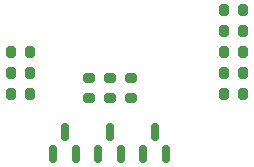
<source format=gbr>
%TF.GenerationSoftware,KiCad,Pcbnew,(6.0.1-0)*%
%TF.CreationDate,2022-03-07T17:04:25+09:00*%
%TF.ProjectId,qLAMP-lcd,714c414d-502d-46c6-9364-2e6b69636164,rev?*%
%TF.SameCoordinates,Original*%
%TF.FileFunction,Paste,Top*%
%TF.FilePolarity,Positive*%
%FSLAX46Y46*%
G04 Gerber Fmt 4.6, Leading zero omitted, Abs format (unit mm)*
G04 Created by KiCad (PCBNEW (6.0.1-0)) date 2022-03-07 17:04:25*
%MOMM*%
%LPD*%
G01*
G04 APERTURE LIST*
G04 Aperture macros list*
%AMRoundRect*
0 Rectangle with rounded corners*
0 $1 Rounding radius*
0 $2 $3 $4 $5 $6 $7 $8 $9 X,Y pos of 4 corners*
0 Add a 4 corners polygon primitive as box body*
4,1,4,$2,$3,$4,$5,$6,$7,$8,$9,$2,$3,0*
0 Add four circle primitives for the rounded corners*
1,1,$1+$1,$2,$3*
1,1,$1+$1,$4,$5*
1,1,$1+$1,$6,$7*
1,1,$1+$1,$8,$9*
0 Add four rect primitives between the rounded corners*
20,1,$1+$1,$2,$3,$4,$5,0*
20,1,$1+$1,$4,$5,$6,$7,0*
20,1,$1+$1,$6,$7,$8,$9,0*
20,1,$1+$1,$8,$9,$2,$3,0*%
G04 Aperture macros list end*
%ADD10RoundRect,0.200000X-0.275000X0.200000X-0.275000X-0.200000X0.275000X-0.200000X0.275000X0.200000X0*%
%ADD11RoundRect,0.150000X0.150000X-0.587500X0.150000X0.587500X-0.150000X0.587500X-0.150000X-0.587500X0*%
%ADD12RoundRect,0.200000X-0.200000X-0.275000X0.200000X-0.275000X0.200000X0.275000X-0.200000X0.275000X0*%
G04 APERTURE END LIST*
D10*
%TO.C,R8*%
X146029000Y-105254999D03*
X146029000Y-106904999D03*
%TD*%
D11*
%TO.C,Q2*%
X141269000Y-111687500D03*
X143169000Y-111687500D03*
X142219000Y-109812500D03*
%TD*%
D12*
%TO.C,R7*%
X155694200Y-101223999D03*
X157344200Y-101223999D03*
%TD*%
%TO.C,R2*%
X137660200Y-104779999D03*
X139310200Y-104779999D03*
%TD*%
%TO.C,R1*%
X137660200Y-103001999D03*
X139310200Y-103001999D03*
%TD*%
%TO.C,R3*%
X137660200Y-106557999D03*
X139310200Y-106557999D03*
%TD*%
D11*
%TO.C,Q3*%
X145079000Y-111687500D03*
X146979000Y-111687500D03*
X146029000Y-109812500D03*
%TD*%
D10*
%TO.C,R4*%
X147807000Y-105254999D03*
X147807000Y-106904999D03*
%TD*%
D12*
%TO.C,R11*%
X155694200Y-106557999D03*
X157344200Y-106557999D03*
%TD*%
D11*
%TO.C,Q1*%
X148889000Y-111687500D03*
X150789000Y-111687500D03*
X149839000Y-109812500D03*
%TD*%
D12*
%TO.C,R5*%
X155694200Y-99445999D03*
X157344200Y-99445999D03*
%TD*%
%TO.C,R9*%
X155694200Y-103001999D03*
X157344200Y-103001999D03*
%TD*%
D10*
%TO.C,R6*%
X144251000Y-105254999D03*
X144251000Y-106904999D03*
%TD*%
D12*
%TO.C,R10*%
X155694200Y-104779999D03*
X157344200Y-104779999D03*
%TD*%
M02*

</source>
